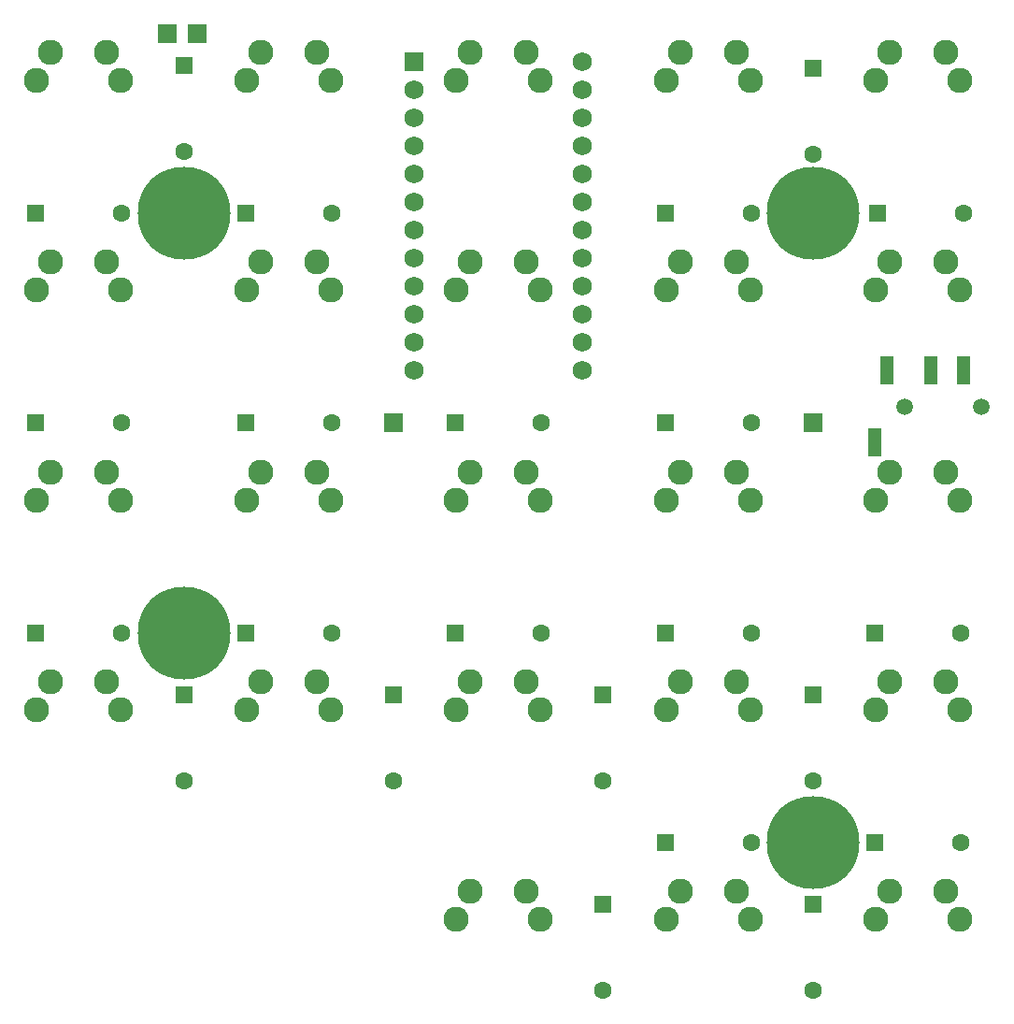
<source format=gbs>
G04 #@! TF.FileFunction,Soldermask,Bot*
%FSLAX46Y46*%
G04 Gerber Fmt 4.6, Leading zero omitted, Abs format (unit mm)*
G04 Created by KiCad (PCBNEW 4.0.7) date 2017 December 10, Sunday 13:49:37*
%MOMM*%
%LPD*%
G01*
G04 APERTURE LIST*
%ADD10C,0.100000*%
%ADD11C,2.286000*%
%ADD12C,8.400000*%
%ADD13R,1.600000X1.600000*%
%ADD14C,1.600000*%
%ADD15R,1.700000X1.700000*%
%ADD16R,1.752600X1.752600*%
%ADD17C,1.752600*%
%ADD18C,1.500000*%
%ADD19R,1.200000X2.500000*%
G04 APERTURE END LIST*
D10*
D11*
X129540000Y-86920000D03*
X124460000Y-86920000D03*
X123190000Y-89460000D03*
X130810000Y-89460000D03*
D12*
X98500000Y-101500000D03*
X98500000Y-63500000D03*
X155500000Y-63500000D03*
X155500000Y-120500000D03*
D13*
X85100000Y-63500000D03*
D14*
X92900000Y-63500000D03*
D13*
X98500000Y-50100000D03*
D14*
X98500000Y-57900000D03*
D13*
X104100000Y-63500000D03*
D14*
X111900000Y-63500000D03*
D13*
X142100000Y-63500000D03*
D14*
X149900000Y-63500000D03*
D13*
X155500000Y-50350000D03*
D14*
X155500000Y-58150000D03*
D13*
X85100000Y-82500000D03*
D14*
X92900000Y-82500000D03*
D13*
X104100000Y-82500000D03*
D14*
X111900000Y-82500000D03*
D13*
X123100000Y-82500000D03*
D14*
X130900000Y-82500000D03*
D13*
X142100000Y-82500000D03*
D14*
X149900000Y-82500000D03*
D13*
X161350000Y-63500000D03*
D14*
X169150000Y-63500000D03*
D13*
X85100000Y-101500000D03*
D14*
X92900000Y-101500000D03*
D13*
X104100000Y-101500000D03*
D14*
X111900000Y-101500000D03*
D13*
X123100000Y-101500000D03*
D14*
X130900000Y-101500000D03*
D13*
X142100000Y-101500000D03*
D14*
X149900000Y-101500000D03*
D13*
X161100000Y-101500000D03*
D14*
X168900000Y-101500000D03*
D13*
X98500000Y-107100000D03*
D14*
X98500000Y-114900000D03*
D13*
X117500000Y-107100000D03*
D14*
X117500000Y-114900000D03*
D13*
X136500000Y-107100000D03*
D14*
X136500000Y-114900000D03*
D13*
X155500000Y-107100000D03*
D14*
X155500000Y-114900000D03*
D13*
X161100000Y-120500000D03*
D14*
X168900000Y-120500000D03*
D13*
X136500000Y-126100000D03*
D14*
X136500000Y-133900000D03*
D13*
X142100000Y-120500000D03*
D14*
X149900000Y-120500000D03*
D13*
X155500000Y-126100000D03*
D14*
X155500000Y-133900000D03*
D15*
X155500000Y-82500000D03*
X97000000Y-47250000D03*
D11*
X91540000Y-48920000D03*
X86460000Y-48920000D03*
X85190000Y-51460000D03*
X92810000Y-51460000D03*
X110540000Y-48920000D03*
X105460000Y-48920000D03*
X104190000Y-51460000D03*
X111810000Y-51460000D03*
X129540000Y-48920000D03*
X124460000Y-48920000D03*
X123190000Y-51460000D03*
X130810000Y-51460000D03*
X148540000Y-48920000D03*
X143460000Y-48920000D03*
X142190000Y-51460000D03*
X149810000Y-51460000D03*
X167540000Y-48920000D03*
X162460000Y-48920000D03*
X161190000Y-51460000D03*
X168810000Y-51460000D03*
X91540000Y-67920000D03*
X86460000Y-67920000D03*
X85190000Y-70460000D03*
X92810000Y-70460000D03*
X110540000Y-67920000D03*
X105460000Y-67920000D03*
X104190000Y-70460000D03*
X111810000Y-70460000D03*
X129540000Y-67920000D03*
X124460000Y-67920000D03*
X123190000Y-70460000D03*
X130810000Y-70460000D03*
X148540000Y-67920000D03*
X143460000Y-67920000D03*
X142190000Y-70460000D03*
X149810000Y-70460000D03*
X167540000Y-67920000D03*
X162460000Y-67920000D03*
X161190000Y-70460000D03*
X168810000Y-70460000D03*
X91540000Y-86920000D03*
X86460000Y-86920000D03*
X85190000Y-89460000D03*
X92810000Y-89460000D03*
X110540000Y-86920000D03*
X105460000Y-86920000D03*
X104190000Y-89460000D03*
X111810000Y-89460000D03*
X148540000Y-86920000D03*
X143460000Y-86920000D03*
X142190000Y-89460000D03*
X149810000Y-89460000D03*
X167540000Y-86920000D03*
X162460000Y-86920000D03*
X161190000Y-89460000D03*
X168810000Y-89460000D03*
X91540000Y-105920000D03*
X86460000Y-105920000D03*
X85190000Y-108460000D03*
X92810000Y-108460000D03*
X110540000Y-105920000D03*
X105460000Y-105920000D03*
X104190000Y-108460000D03*
X111810000Y-108460000D03*
X129540000Y-105920000D03*
X124460000Y-105920000D03*
X123190000Y-108460000D03*
X130810000Y-108460000D03*
X148540000Y-105920000D03*
X143460000Y-105920000D03*
X142190000Y-108460000D03*
X149810000Y-108460000D03*
X167540000Y-105920000D03*
X162460000Y-105920000D03*
X161190000Y-108460000D03*
X168810000Y-108460000D03*
X129540000Y-124920000D03*
X124460000Y-124920000D03*
X123190000Y-127460000D03*
X130810000Y-127460000D03*
X148540000Y-124920000D03*
X143460000Y-124920000D03*
X142190000Y-127460000D03*
X149810000Y-127460000D03*
X167540000Y-124920000D03*
X162460000Y-124920000D03*
X161190000Y-127460000D03*
X168810000Y-127460000D03*
D15*
X99750000Y-47250000D03*
X117500000Y-82500000D03*
D16*
X119380000Y-49780000D03*
D17*
X119380000Y-52320000D03*
X119380000Y-54860000D03*
X119380000Y-57400000D03*
X119380000Y-59940000D03*
X119380000Y-62480000D03*
X119380000Y-65020000D03*
X119380000Y-67560000D03*
X119380000Y-70100000D03*
X119380000Y-72640000D03*
X119380000Y-75180000D03*
X134620000Y-77720000D03*
X134620000Y-75180000D03*
X134620000Y-72640000D03*
X134620000Y-70100000D03*
X134620000Y-67560000D03*
X134620000Y-65020000D03*
X134620000Y-62480000D03*
X134620000Y-59940000D03*
X134620000Y-57400000D03*
X134620000Y-54860000D03*
X134620000Y-52320000D03*
X119380000Y-77720000D03*
X134620000Y-49780000D03*
D18*
X170775000Y-81000000D03*
X163775000Y-81000000D03*
D19*
X161075000Y-84250000D03*
X162175000Y-77750000D03*
X166175000Y-77750000D03*
X169175000Y-77750000D03*
M02*

</source>
